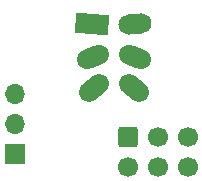
<source format=gbs>
G04 #@! TF.GenerationSoftware,KiCad,Pcbnew,7.0.9*
G04 #@! TF.CreationDate,2025-02-16T20:28:53+01:00*
G04 #@! TF.ProjectId,sao_pcb,73616f5f-7063-4622-9e6b-696361645f70,rev?*
G04 #@! TF.SameCoordinates,Original*
G04 #@! TF.FileFunction,Soldermask,Bot*
G04 #@! TF.FilePolarity,Negative*
%FSLAX46Y46*%
G04 Gerber Fmt 4.6, Leading zero omitted, Abs format (unit mm)*
G04 Created by KiCad (PCBNEW 7.0.9) date 2025-02-16 20:28:53*
%MOMM*%
%LPD*%
G01*
G04 APERTURE LIST*
G04 Aperture macros list*
%AMRoundRect*
0 Rectangle with rounded corners*
0 $1 Rounding radius*
0 $2 $3 $4 $5 $6 $7 $8 $9 X,Y pos of 4 corners*
0 Add a 4 corners polygon primitive as box body*
4,1,4,$2,$3,$4,$5,$6,$7,$8,$9,$2,$3,0*
0 Add four circle primitives for the rounded corners*
1,1,$1+$1,$2,$3*
1,1,$1+$1,$4,$5*
1,1,$1+$1,$6,$7*
1,1,$1+$1,$8,$9*
0 Add four rect primitives between the rounded corners*
20,1,$1+$1,$2,$3,$4,$5,0*
20,1,$1+$1,$4,$5,$6,$7,0*
20,1,$1+$1,$6,$7,$8,$9,0*
20,1,$1+$1,$8,$9,$2,$3,0*%
%AMHorizOval*
0 Thick line with rounded ends*
0 $1 width*
0 $2 $3 position (X,Y) of the first rounded end (center of the circle)*
0 $4 $5 position (X,Y) of the second rounded end (center of the circle)*
0 Add line between two ends*
20,1,$1,$2,$3,$4,$5,0*
0 Add two circle primitives to create the rounded ends*
1,1,$1,$2,$3*
1,1,$1,$4,$5*%
%AMRotRect*
0 Rectangle, with rotation*
0 The origin of the aperture is its center*
0 $1 length*
0 $2 width*
0 $3 Rotation angle, in degrees counterclockwise*
0 Add horizontal line*
21,1,$1,$2,0,0,$3*%
G04 Aperture macros list end*
%ADD10RotRect,2.800000X1.700000X355.000000*%
%ADD11HorizOval,1.700000X0.547907X0.047936X-0.547907X-0.047936X0*%
%ADD12HorizOval,1.700000X0.509951X0.206034X-0.509951X-0.206034X0*%
%ADD13HorizOval,1.700000X0.509951X-0.206034X-0.509951X0.206034X0*%
%ADD14HorizOval,1.700000X0.421324X0.353533X-0.421324X-0.353533X0*%
%ADD15HorizOval,1.700000X0.421324X-0.353533X-0.421324X0.353533X0*%
%ADD16C,1.700000*%
%ADD17RoundRect,0.250000X-0.600000X0.600000X-0.600000X-0.600000X0.600000X-0.600000X0.600000X0.600000X0*%
%ADD18O,1.700000X1.700000*%
%ADD19R,1.700000X1.700000*%
G04 APERTURE END LIST*
D10*
X149452093Y-75635030D03*
D11*
X153087907Y-75635030D03*
D12*
X149490049Y-78429000D03*
D13*
X153049951Y-78429000D03*
D14*
X149578676Y-81116499D03*
D15*
X152961324Y-81116499D03*
D16*
X157535000Y-87740000D03*
X157535000Y-85200000D03*
X154995000Y-87740000D03*
X154995000Y-85200000D03*
X152455000Y-87740000D03*
D17*
X152455000Y-85200000D03*
D18*
X142900000Y-81620000D03*
X142900000Y-84160000D03*
D19*
X142900000Y-86700000D03*
M02*

</source>
